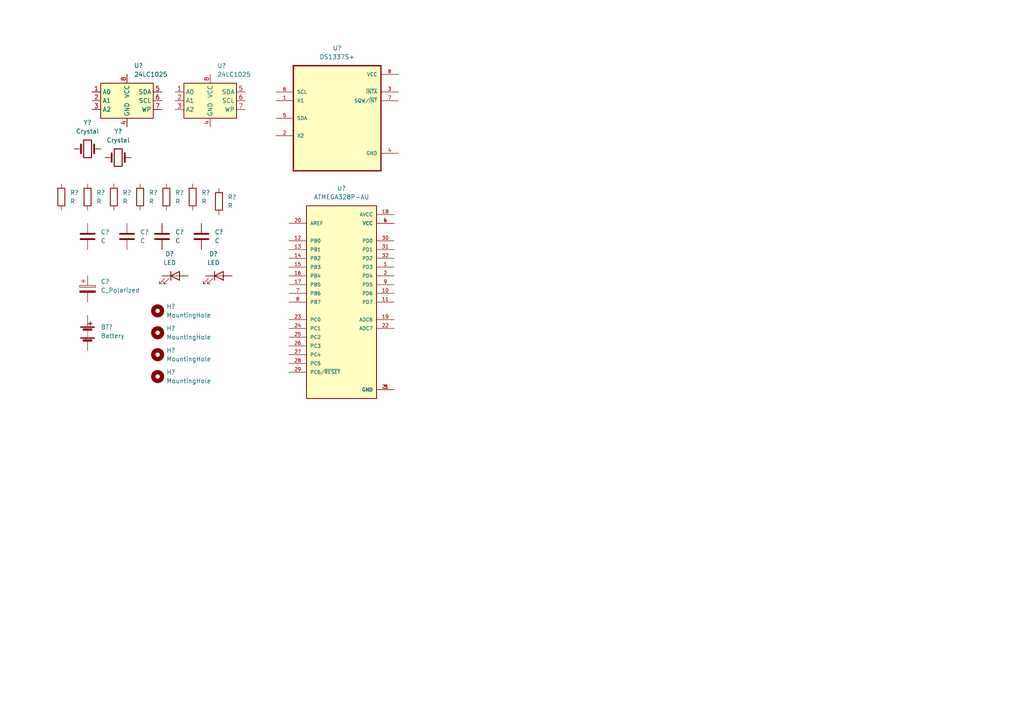
<source format=kicad_sch>
(kicad_sch (version 20211123) (generator eeschema)
  (paper "A4")
  (title_block (title "${project_name}") (date "2022-01-06") (rev "1"))
  (lib_symbols
    (symbol "ATMEGA328P-AU:ATMEGA328P-AU" (pin_names (offset 1.016))
      (property "Reference" "U" (at -10.1854 29.2608 0))
      (property "Value" "ATMEGA328P-AU" (at -10.16 -31.7754 0))
      (symbol "ATMEGA328P-AU_0_0"
        (rectangle (start -10.16 -27.94) (end 10.16 27.94) (stroke (width 0.254)) (fill (type background)))
        (pin bidirectional line (at 15.24 10.16 180) (length 5.08) (name "PD3") (number "1"))
        (pin bidirectional line (at 15.24 2.54 180) (length 5.08) (name "PD6") (number "10"))
        (pin bidirectional line (at 15.24 0 180) (length 5.08) (name "PD7") (number "11"))
        (pin bidirectional line (at -15.24 17.78 0) (length 5.08) (name "PB0") (number "12"))
        (pin bidirectional line (at -15.24 15.24 0) (length 5.08) (name "PB1") (number "13"))
        (pin bidirectional line (at -15.24 12.7 0) (length 5.08) (name "PB2") (number "14"))
        (pin bidirectional line (at -15.24 10.16 0) (length 5.08) (name "PB3") (number "15"))
        (pin bidirectional line (at -15.24 7.62 0) (length 5.08) (name "PB4") (number "16"))
        (pin bidirectional line (at -15.24 5.08 0) (length 5.08) (name "PB5") (number "17"))
        (pin power_in line (at 15.24 25.4 180) (length 5.08) (name "AVCC") (number "18"))
        (pin bidirectional line (at 15.24 -5.08 180) (length 5.08) (name "ADC6") (number "19"))
        (pin bidirectional line (at 15.24 7.62 180) (length 5.08) (name "PD4") (number "2"))
        (pin input line (at -15.24 22.86 0) (length 5.08) (name "AREF") (number "20"))
        (pin power_in line (at 15.24 -25.4 180) (length 5.08) (name "GND") (number "21"))
        (pin bidirectional line (at 15.24 -7.62 180) (length 5.08) (name "ADC7") (number "22"))
        (pin bidirectional line (at -15.24 -5.08 0) (length 5.08) (name "PC0") (number "23"))
        (pin bidirectional line (at -15.24 -7.62 0) (length 5.08) (name "PC1") (number "24"))
        (pin bidirectional line (at -15.24 -10.16 0) (length 5.08) (name "PC2") (number "25"))
        (pin bidirectional line (at -15.24 -12.7 0) (length 5.08) (name "PC3") (number "26"))
        (pin bidirectional line (at -15.24 -15.24 0) (length 5.08) (name "PC4") (number "27"))
        (pin bidirectional line (at -15.24 -17.78 0) (length 5.08) (name "PC5") (number "28"))
        (pin bidirectional line (at -15.24 -20.32 0) (length 5.08) (name "PC6/~{RESET}") (number "29"))
        (pin power_in line (at 15.24 -25.4 180) (length 5.08) (name "GND") (number "3"))
        (pin bidirectional line (at 15.24 17.78 180) (length 5.08) (name "PD0") (number "30"))
        (pin bidirectional line (at 15.24 15.24 180) (length 5.08) (name "PD1") (number "31"))
        (pin bidirectional line (at 15.24 12.7 180) (length 5.08) (name "PD2") (number "32"))
        (pin power_in line (at 15.24 22.86 180) (length 5.08) (name "VCC") (number "4"))
        (pin power_in line (at 15.24 -25.4 180) (length 5.08) (name "GND") (number "5"))
        (pin power_in line (at 15.24 22.86 180) (length 5.08) (name "VCC") (number "6"))
        (pin bidirectional line (at -15.24 2.54 0) (length 5.08) (name "PB6") (number "7"))
        (pin bidirectional line (at -15.24 0 0) (length 5.08) (name "PB7") (number "8"))
        (pin bidirectional line (at 15.24 5.08 180) (length 5.08) (name "PD5") (number "9"))
      )
    )
    (symbol "DS1337S_:DS1337S+" (pin_names (offset 1.016))
      (property "Reference" "U" (at -12.7 16.2306 0))
      (property "Value" "DS1337S+" (at -12.7 -19.2278 0))
      (symbol "DS1337S+_0_0"
        (rectangle (start -12.7 -15.24) (end 12.7 15.24) (stroke (width 0.4064)) (fill (type background)))
        (pin input line (at -17.78 5.08 0) (length 5.08) (name "X1") (number "1"))
        (pin bidirectional line (at -17.78 -5.08 0) (length 5.08) (name "X2") (number "2"))
        (pin output line (at 17.78 7.62 180) (length 5.08) (name "~{INTA}") (number "3"))
        (pin power_in line (at 17.78 -10.16 180) (length 5.08) (name "GND") (number "4"))
        (pin bidirectional line (at -17.78 0 0) (length 5.08) (name "SDA") (number "5"))
        (pin input line (at -17.78 7.62 0) (length 5.08) (name "SCL") (number "6"))
        (pin output line (at 17.78 5.08 180) (length 5.08) (name "SQW/~{INT}") (number "7"))
        (pin power_in line (at 17.78 12.7 180) (length 5.08) (name "VCC") (number "8"))
      )
    )
    (symbol "Device:Battery" (pin_numbers hide) (pin_names (offset 0) hide)
      (property "Reference" "BT" (at 2.54 2.54 0))
      (property "Value" "Battery" (at 2.54 0 0))
      (symbol "Battery_0_1"
        (rectangle (start -2.032 -1.397) (end 2.032 -1.651) (fill (type outline)))
        (rectangle (start -2.032 1.778) (end 2.032 1.524) (fill (type outline)))
        (rectangle (start -1.3208 -1.9812) (end 1.27 -2.4892) (fill (type outline)))
        (rectangle (start -1.3208 1.1938) (end 1.27 0.6858) (fill (type outline)))
        (polyline (pts (xy 0 -1.524) (xy 0 -1.27)))
        (polyline (pts (xy 0 -1.016) (xy 0 -0.762)))
        (polyline (pts (xy 0 -0.508) (xy 0 -0.254)))
        (polyline (pts (xy 0 0) (xy 0 0.254)))
        (polyline (pts (xy 0 0.508) (xy 0 0.762)))
        (polyline (pts (xy 0 1.778) (xy 0 2.54)))
        (polyline (pts (xy 0.254 2.667) (xy 1.27 2.667)) (stroke (width 0.254)))
        (polyline (pts (xy 0.762 3.175) (xy 0.762 2.159)) (stroke (width 0.254)))
      )
      (symbol "Battery_1_1"
        (pin passive line (at 0 5.08 270) (length 2.54) (name "+") (number "1"))
        (pin passive line (at 0 -5.08 90) (length 2.54) (name "-") (number "2"))
      )
    )
    (symbol "Device:C" (pin_numbers hide) (pin_names (offset 0.254))
      (property "Reference" "C" (at 0.635 2.54 0))
      (property "Value" "C" (at 0.635 -2.54 0))
      (symbol "C_0_1"
        (polyline (pts (xy -2.032 -0.762) (xy 2.032 -0.762)) (stroke (width 0.508)))
        (polyline (pts (xy -2.032 0.762) (xy 2.032 0.762)) (stroke (width 0.508)))
      )
      (symbol "C_1_1"
        (pin passive line (at 0 3.81 270) (length 2.794) (name "~") (number "1"))
        (pin passive line (at 0 -3.81 90) (length 2.794) (name "~") (number "2"))
      )
    )
    (symbol "Device:C_Polarized" (pin_numbers hide) (pin_names (offset 0.254))
      (property "Reference" "C" (at 0.635 2.54 0))
      (property "Value" "C_Polarized" (at 0.635 -2.54 0))
      (symbol "C_Polarized_0_1"
        (rectangle (start -2.286 0.508) (end 2.286 1.016))
        (polyline (pts (xy -1.778 2.286) (xy -0.762 2.286)))
        (polyline (pts (xy -1.27 2.794) (xy -1.27 1.778)))
        (rectangle (start 2.286 -0.508) (end -2.286 -1.016) (fill (type outline)))
      )
      (symbol "C_Polarized_1_1"
        (pin passive line (at 0 3.81 270) (length 2.794) (name "~") (number "1"))
        (pin passive line (at 0 -3.81 90) (length 2.794) (name "~") (number "2"))
      )
    )
    (symbol "Device:Crystal" (pin_numbers hide) (pin_names (offset 1.016) hide)
      (property "Reference" "Y" (at 0 3.81 0))
      (property "Value" "Crystal" (at 0 -3.81 0))
      (symbol "Crystal_0_1"
        (rectangle (start -1.143 2.54) (end 1.143 -2.54) (stroke (width 0.3048)))
        (polyline (pts (xy -2.54 0) (xy -1.905 0)))
        (polyline (pts (xy -1.905 -1.27) (xy -1.905 1.27)) (stroke (width 0.508)))
        (polyline (pts (xy 1.905 -1.27) (xy 1.905 1.27)) (stroke (width 0.508)))
        (polyline (pts (xy 2.54 0) (xy 1.905 0)))
      )
      (symbol "Crystal_1_1"
        (pin passive line (at -3.81 0 0) (length 1.27) (name "1") (number "1"))
        (pin passive line (at 3.81 0 180) (length 1.27) (name "2") (number "2"))
      )
    )
    (symbol "Device:LED" (pin_numbers hide) (pin_names (offset 1.016) hide)
      (property "Reference" "D" (at 0 2.54 0))
      (property "Value" "LED" (at 0 -2.54 0))
      (symbol "LED_0_1"
        (polyline (pts (xy -1.27 -1.27) (xy -1.27 1.27)) (stroke (width 0.254)))
        (polyline (pts (xy -1.27 0) (xy 1.27 0)))
        (polyline (pts (xy 1.27 -1.27) (xy 1.27 1.27) (xy -1.27 0) (xy 1.27 -1.27)) (stroke (width 0.254)))
        (polyline (pts (xy -3.048 -0.762) (xy -4.572 -2.286) (xy -3.81 -2.286) (xy -4.572 -2.286) (xy -4.572 -1.524)))
        (polyline (pts (xy -1.778 -0.762) (xy -3.302 -2.286) (xy -2.54 -2.286) (xy -3.302 -2.286) (xy -3.302 -1.524)))
      )
      (symbol "LED_1_1"
        (pin passive line (at -3.81 0 0) (length 2.54) (name "K") (number "1"))
        (pin passive line (at 3.81 0 180) (length 2.54) (name "A") (number "2"))
      )
    )
    (symbol "Device:R" (pin_numbers hide) (pin_names (offset 0))
      (property "Reference" "R" (at 2.032 0 90))
      (property "Value" "R" (at 0 0 90))
      (symbol "R_0_1"
        (rectangle (start -1.016 -2.54) (end 1.016 2.54) (stroke (width 0.254)))
      )
      (symbol "R_1_1"
        (pin passive line (at 0 3.81 270) (length 1.27) (name "~") (number "1"))
        (pin passive line (at 0 -3.81 90) (length 1.27) (name "~") (number "2"))
      )
    )
    (symbol "Mechanical:MountingHole" (pin_names (offset 1.016))
      (property "Reference" "H" (at 0 5.08 0))
      (property "Value" "MountingHole" (at 0 3.175 0))
      (symbol "MountingHole_0_1"
        (circle (center 0 0) (radius 1.27) (stroke (width 1.27)))
      )
    )
    (symbol "Memory_EEPROM:24LC1025"
      (property "Reference" "U" (at -6.35 6.35 0))
      (property "Value" "24LC1025" (at 1.27 6.35 0))
      (symbol "24LC1025_1_1"
        (rectangle (start -7.62 5.08) (end 7.62 -5.08) (stroke (width 0.254)) (fill (type background)))
        (pin input line (at -10.16 2.54 0) (length 2.54) (name "A0") (number "1"))
        (pin input line (at -10.16 0 0) (length 2.54) (name "A1") (number "2"))
        (pin input line (at -10.16 -2.54 0) (length 2.54) (name "A2") (number "3"))
        (pin power_in line (at 0 -7.62 90) (length 2.54) (name "GND") (number "4"))
        (pin bidirectional line (at 10.16 2.54 180) (length 2.54) (name "SDA") (number "5"))
        (pin input line (at 10.16 0 180) (length 2.54) (name "SCL") (number "6"))
        (pin input line (at 10.16 -2.54 180) (length 2.54) (name "WP") (number "7"))
        (pin power_in line (at 0 7.62 270) (length 2.54) (name "VCC") (number "8"))
      )
    )
  )
  (symbol (lib_id "Device:Crystal") (at 34.29 45.72 0) (unit 1)
    (property "Reference" "Y?" (at 34.29 38.1 0))
    (property "Value" "Crystal" (at 34.29 40.64 0))
  )
  (symbol (lib_id "Device:C") (at 36.83 68.58 0) (unit 1)
    (property "Reference" "C?" (at 40.64 67.3099 0) (effects (justify left)))
    (property "Value" "C" (at 40.64 69.8499 0) (effects (justify left)))
  )
  (symbol (lib_id "Device:R") (at 25.4 57.15 0) (unit 1)
    (property "Reference" "R?" (at 27.94 55.8799 0) (effects (justify left)))
    (property "Value" "R" (at 27.94 58.4199 0) (effects (justify left)))
  )
  (symbol (lib_id "Memory_EEPROM:24LC1025") (at 36.83 29.21 0) (unit 1)
    (property "Reference" "U?" (at 38.8494 19.05 0) (effects (justify left)))
    (property "Value" "24LC1025" (at 38.8494 21.59 0) (effects (justify left)))
    (property "Datasheet" "http://ww1.microchip.com/downloads/en/DeviceDoc/21941B.pdf" (effects hide))
  )
  (symbol (lib_id "Mechanical:MountingHole") (at 45.72 102.87 0) (unit 1)
    (property "Reference" "H?" (at 48.26 101.5999 0) (effects (justify left)))
    (property "Value" "MountingHole" (at 48.26 104.1399 0) (effects (justify left)))
  )
  (symbol (lib_id "Device:R") (at 55.88 57.15 0) (unit 1)
    (property "Reference" "R?" (at 58.42 55.8799 0) (effects (justify left)))
    (property "Value" "R" (at 58.42 58.4199 0) (effects (justify left)))
  )
  (symbol (lib_id "Mechanical:MountingHole") (at 45.72 90.17 0) (unit 1)
    (property "Reference" "H?" (at 48.26 88.8999 0) (effects (justify left)))
    (property "Value" "MountingHole" (at 48.26 91.4399 0) (effects (justify left)))
  )
  (symbol (lib_id "Device:R") (at 48.26 57.15 0) (unit 1)
    (property "Reference" "R?" (at 50.8 55.8799 0) (effects (justify left)))
    (property "Value" "R" (at 50.8 58.4199 0) (effects (justify left)))
  )
  (symbol (lib_id "Device:C") (at 46.99 68.58 0) (unit 1)
    (property "Reference" "C?" (at 50.8 67.3099 0) (effects (justify left)))
    (property "Value" "C" (at 50.8 69.8499 0) (effects (justify left)))
  )
  (symbol (lib_id "Device:R") (at 40.64 57.15 0) (unit 1)
    (property "Reference" "R?" (at 43.18 55.8799 0) (effects (justify left)))
    (property "Value" "R" (at 43.18 58.4199 0) (effects (justify left)))
  )
  (symbol (lib_id "Device:R") (at 17.78 57.15 0) (unit 1)
    (property "Reference" "R?" (at 20.32 55.8799 0) (effects (justify left)))
    (property "Value" "R" (at 20.32 58.4199 0) (effects (justify left)))
  )
  (symbol (lib_id "Mechanical:MountingHole") (at 45.72 109.22 0) (unit 1)
    (property "Reference" "H?" (at 48.26 107.9499 0) (effects (justify left)))
    (property "Value" "MountingHole" (at 48.26 110.4899 0) (effects (justify left)))
  )
  (symbol (lib_id "Device:C") (at 25.4 68.58 0) (unit 1)
    (property "Reference" "C?" (at 29.21 67.3099 0) (effects (justify left)))
    (property "Value" "C" (at 29.21 69.8499 0) (effects (justify left)))
  )
  (symbol (lib_id "Device:LED") (at 50.8 80.01 0) (unit 1)
    (property "Reference" "D?" (at 49.2125 73.66 0))
    (property "Value" "LED" (at 49.2125 76.2 0))
  )
  (symbol (lib_id "Device:LED") (at 63.5 80.01 0) (unit 1)
    (property "Reference" "D?" (at 61.9125 73.66 0))
    (property "Value" "LED" (at 61.9125 76.2 0))
  )
  (symbol (lib_id "ATMEGA328P-AU:ATMEGA328P-AU") (at 99.06 87.63 0) (unit 1)
    (property "Reference" "U?" (at 99.06 54.61 0))
    (property "Value" "ATMEGA328P-AU" (at 99.06 57.15 0))
    (property "Footprint" "QFP80P900X900X120-32N" (effects hide))
    (property "MANUFACTURER" "Atmel" (effects hide))
  )
  (symbol (lib_id "Device:Crystal") (at 25.4 43.18 0) (unit 1)
    (property "Reference" "Y?" (at 25.4 35.56 0))
    (property "Value" "Crystal" (at 25.4 38.1 0))
  )
  (symbol (lib_id "Device:R") (at 63.5 58.42 0) (unit 1)
    (property "Reference" "R?" (at 66.04 57.1499 0) (effects (justify left)))
    (property "Value" "R" (at 66.04 59.6899 0) (effects (justify left)))
  )
  (symbol (lib_id "DS1337S_:DS1337S+") (at 97.79 34.29 0) (unit 1)
    (property "Reference" "U?" (at 97.79 13.97 0))
    (property "Value" "DS1337S+" (at 97.79 16.51 0))
    (property "Footprint" "SOIC127P600X175-8N" (effects hide))
  )
  (symbol (lib_id "Device:Battery") (at 25.4 96.52 0) (unit 1)
    (property "Reference" "BT?" (at 29.21 94.8689 0) (effects (justify left)))
    (property "Value" "Battery" (at 29.21 97.4089 0) (effects (justify left)))
  )
  (symbol (lib_id "Memory_EEPROM:24LC1025") (at 60.96 29.21 0) (unit 1)
    (property "Reference" "U?" (at 62.9794 19.05 0) (effects (justify left)))
    (property "Value" "24LC1025" (at 62.9794 21.59 0) (effects (justify left)))
    (property "Datasheet" "http://ww1.microchip.com/downloads/en/DeviceDoc/21941B.pdf" (effects hide))
  )
  (symbol (lib_id "Device:C_Polarized") (at 25.4 83.82 0) (unit 1)
    (property "Reference" "C?" (at 29.21 81.6609 0) (effects (justify left)))
    (property "Value" "C_Polarized" (at 29.21 84.2009 0) (effects (justify left)))
  )
  (symbol (lib_id "Device:R") (at 33.02 57.15 0) (unit 1)
    (property "Reference" "R?" (at 35.56 55.8799 0) (effects (justify left)))
    (property "Value" "R" (at 35.56 58.4199 0) (effects (justify left)))
  )
  (symbol (lib_id "Device:C") (at 58.42 68.58 0) (unit 1)
    (property "Reference" "C?" (at 62.23 67.3099 0) (effects (justify left)))
    (property "Value" "C" (at 62.23 69.8499 0) (effects (justify left)))
  )
  (symbol (lib_id "Mechanical:MountingHole") (at 45.72 96.52 0) (unit 1)
    (property "Reference" "H?" (at 48.26 95.2499 0) (effects (justify left)))
    (property "Value" "MountingHole" (at 48.26 97.7899 0) (effects (justify left)))
  )
)
</source>
